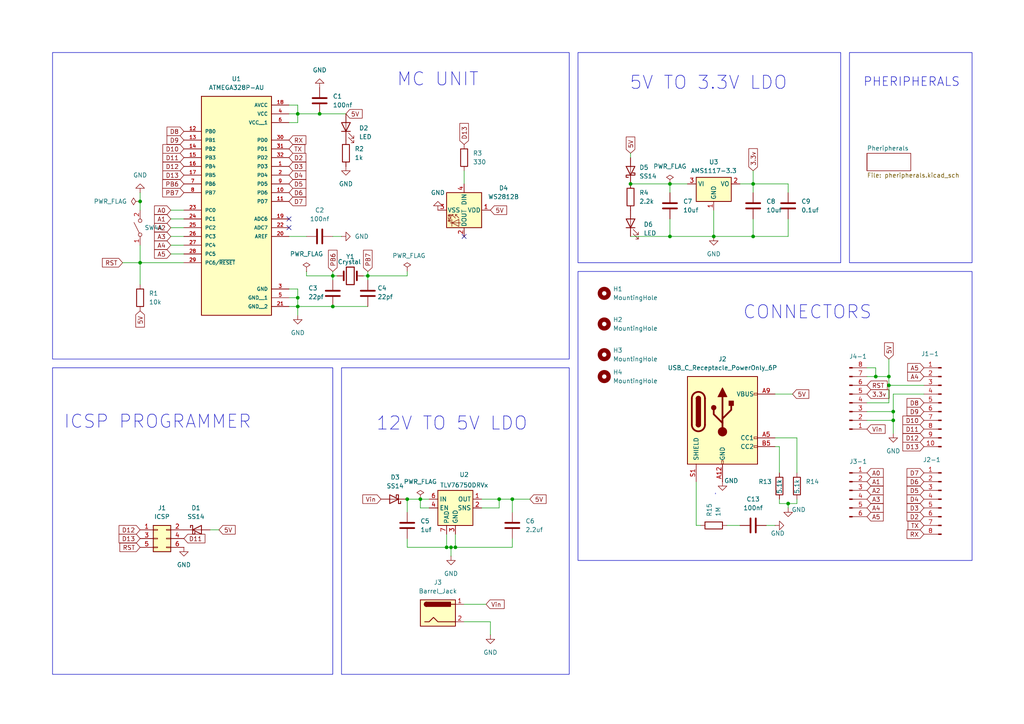
<source format=kicad_sch>
(kicad_sch (version 20250114) (generator "eeschema") (generator_version "9.0")
  (paper "A4")
  (title_block (title "ARDUINO-SMD") (date "2025-06-21") (rev "V0") (company "NIL"))
  (lib_symbols
    (symbol "ATMEGA328P-AU:ATMEGA328P-AU" (pin_names (offset 1.016))
      (property "Reference" "U" (at -10.1755 29.2546 0))
      (property "Value" "ATMEGA328P-AU" (at -10.1669 -39.3914 0))
      (symbol "ATMEGA328P-AU_0_0"
        (pin bidirectional line (at -15.24 17.78 0) (length 5.08) (name "PB0") (number "12"))
        (pin bidirectional line (at -15.24 15.24 0) (length 5.08) (name "PB1") (number "13"))
        (pin bidirectional line (at -15.24 12.7 0) (length 5.08) (name "PB2") (number "14"))
        (pin bidirectional line (at -15.24 10.16 0) (length 5.08) (name "PB3") (number "15"))
        (pin bidirectional line (at -15.24 7.62 0) (length 5.08) (name "PB4") (number "16"))
        (pin bidirectional line (at -15.24 5.08 0) (length 5.08) (name "PB5") (number "17"))
        (pin bidirectional line (at -15.24 2.54 0) (length 5.08) (name "PB6") (number "7"))
        (pin bidirectional line (at -15.24 0 0) (length 5.08) (name "PB7") (number "8"))
        (pin bidirectional line (at -15.24 -5.08 0) (length 5.08) (name "PC0") (number "23"))
        (pin bidirectional line (at -15.24 -7.62 0) (length 5.08) (name "PC1") (number "24"))
        (pin bidirectional line (at -15.24 -10.16 0) (length 5.08) (name "PC2") (number "25"))
        (pin bidirectional line (at -15.24 -12.7 0) (length 5.08) (name "PC3") (number "26"))
        (pin bidirectional line (at -15.24 -15.24 0) (length 5.08) (name "PC4") (number "27"))
        (pin bidirectional line (at -15.24 -17.78 0) (length 5.08) (name "PC5") (number "28"))
        (pin bidirectional line (at -15.24 -20.32 0) (length 5.08) (name "PC6/~{RESET}") (number "29"))
        (pin power_in line (at 15.24 25.4 180) (length 5.08) (name "AVCC") (number "18"))
        (pin power_in line (at 15.24 22.86 180) (length 5.08) (name "VCC") (number "4"))
        (pin power_in line (at 15.24 20.32 180) (length 5.08) (name "VCC__1") (number "6"))
        (pin bidirectional line (at 15.24 15.24 180) (length 5.08) (name "PD0") (number "30"))
        (pin bidirectional line (at 15.24 12.7 180) (length 5.08) (name "PD1") (number "31"))
        (pin bidirectional line (at 15.24 10.16 180) (length 5.08) (name "PD2") (number "32"))
        (pin bidirectional line (at 15.24 7.62 180) (length 5.08) (name "PD3") (number "1"))
        (pin bidirectional line (at 15.24 5.08 180) (length 5.08) (name "PD4") (number "2"))
        (pin bidirectional line (at 15.24 2.54 180) (length 5.08) (name "PD5") (number "9"))
        (pin bidirectional line (at 15.24 0 180) (length 5.08) (name "PD6") (number "10"))
        (pin bidirectional line (at 15.24 -2.54 180) (length 5.08) (name "PD7") (number "11"))
        (pin bidirectional line (at 15.24 -7.62 180) (length 5.08) (name "ADC6") (number "19"))
        (pin bidirectional line (at 15.24 -10.16 180) (length 5.08) (name "ADC7") (number "22"))
        (pin input line (at 15.24 -12.7 180) (length 5.08) (name "AREF") (number "20"))
        (pin power_in line (at 15.24 -27.94 180) (length 5.08) (name "GND") (number "3"))
        (pin power_in line (at 15.24 -30.48 180) (length 5.08) (name "GND__1") (number "5"))
        (pin power_in line (at 15.24 -33.02 180) (length 5.08) (name "GND__2") (number "21"))
      )
    )
    (symbol "Connector:Barrel_Jack" (pin_names (offset 1.016))
      (property "Reference" "J" (at 0 5.334 0))
      (property "Value" "Barrel_Jack" (at 0 -5.08 0))
      (symbol "Barrel_Jack_1_1"
        (pin passive line (at 7.62 2.54 180) (length 2.54) (name "~") (number "1"))
        (pin passive line (at 7.62 -2.54 180) (length 2.54) (name "~") (number "2"))
      )
    )
    (symbol "Connector:Conn_01x06_Pin" (pin_names (offset 1.016) (hide yes))
      (property "Reference" "J" (at 0 7.62 0))
      (property "Value" "Conn_01x06_Pin" (at 0 -10.16 0))
      (symbol "Conn_01x06_Pin_1_1"
        (pin passive line (at 5.08 5.08 180) (length 3.81) (name "Pin_1") (number "1"))
        (pin passive line (at 5.08 2.54 180) (length 3.81) (name "Pin_2") (number "2"))
        (pin passive line (at 5.08 0 180) (length 3.81) (name "Pin_3") (number "3"))
        (pin passive line (at 5.08 -2.54 180) (length 3.81) (name "Pin_4") (number "4"))
        (pin passive line (at 5.08 -5.08 180) (length 3.81) (name "Pin_5") (number "5"))
        (pin passive line (at 5.08 -7.62 180) (length 3.81) (name "Pin_6") (number "6"))
      )
    )
    (symbol "Connector:Conn_01x08_Pin" (pin_names (offset 1.016) (hide yes))
      (property "Reference" "J" (at 0 10.16 0))
      (property "Value" "Conn_01x08_Pin" (at 0 -12.7 0))
      (symbol "Conn_01x08_Pin_1_1"
        (pin passive line (at 5.08 7.62 180) (length 3.81) (name "Pin_1") (number "1"))
        (pin passive line (at 5.08 5.08 180) (length 3.81) (name "Pin_2") (number "2"))
        (pin passive line (at 5.08 2.54 180) (length 3.81) (name "Pin_3") (number "3"))
        (pin passive line (at 5.08 0 180) (length 3.81) (name "Pin_4") (number "4"))
        (pin passive line (at 5.08 -2.54 180) (length 3.81) (name "Pin_5") (number "5"))
        (pin passive line (at 5.08 -5.08 180) (length 3.81) (name "Pin_6") (number "6"))
        (pin passive line (at 5.08 -7.62 180) (length 3.81) (name "Pin_7") (number "7"))
        (pin passive line (at 5.08 -10.16 180) (length 3.81) (name "Pin_8") (number "8"))
      )
    )
    (symbol "Connector:Conn_01x10_Pin" (pin_names (offset 1.016) (hide yes))
      (property "Reference" "J" (at 0 12.7 0))
      (property "Value" "Conn_01x10_Pin" (at 0 -15.24 0))
      (symbol "Conn_01x10_Pin_1_1"
        (pin passive line (at 5.08 10.16 180) (length 3.81) (name "Pin_1") (number "1"))
        (pin passive line (at 5.08 7.62 180) (length 3.81) (name "Pin_2") (number "2"))
        (pin passive line (at 5.08 5.08 180) (length 3.81) (name "Pin_3") (number "3"))
        (pin passive line (at 5.08 2.54 180) (length 3.81) (name "Pin_4") (number "4"))
        (pin passive line (at 5.08 0 180) (length 3.81) (name "Pin_5") (number "5"))
        (pin passive line (at 5.08 -2.54 180) (length 3.81) (name "Pin_6") (number "6"))
        (pin passive line (at 5.08 -5.08 180) (length 3.81) (name "Pin_7") (number "7"))
        (pin passive line (at 5.08 -7.62 180) (length 3.81) (name "Pin_8") (number "8"))
        (pin passive line (at 5.08 -10.16 180) (length 3.81) (name "Pin_9") (number "9"))
        (pin passive line (at 5.08 -12.7 180) (length 3.81) (name "Pin_10") (number "10"))
      )
    )
    (symbol "Connector:USB_C_Receptacle_PowerOnly_6P" (pin_names (offset 1.016))
      (property "Reference" "J" (at 0 16.51 0))
      (property "Value" "USB_C_Receptacle_PowerOnly_6P" (at 0 13.97 0))
      (symbol "USB_C_Receptacle_PowerOnly_6P_1_1"
        (pin passive line (at -7.62 -17.78 90) (length 5.08) (name "SHIELD") (number "S1"))
        (pin passive line (at 0 -17.78 90) (length 5.08) (name "GND") (number "A12"))
        (pin passive line (at 0 -17.78 90) (length 5.08) (hide yes) (name "GND") (number "B12"))
        (pin passive line (at 15.24 7.62 180) (length 5.08) (name "VBUS") (number "A9"))
        (pin passive line (at 15.24 7.62 180) (length 5.08) (hide yes) (name "VBUS") (number "B9"))
        (pin bidirectional line (at 15.24 -5.08 180) (length 5.08) (name "CC1") (number "A5"))
        (pin bidirectional line (at 15.24 -7.62 180) (length 5.08) (name "CC2") (number "B5"))
      )
    )
    (symbol "Connector_Generic:Conn_02x03_Odd_Even" (pin_names (offset 1.016) (hide yes))
      (property "Reference" "J" (at 1.27 5.08 0))
      (property "Value" "Conn_02x03_Odd_Even" (at 1.27 -5.08 0))
      (symbol "Conn_02x03_Odd_Even_1_1"
        (pin passive line (at -5.08 2.54 0) (length 3.81) (name "Pin_1") (number "1"))
        (pin passive line (at -5.08 0 0) (length 3.81) (name "Pin_3") (number "3"))
        (pin passive line (at -5.08 -2.54 0) (length 3.81) (name "Pin_5") (number "5"))
        (pin passive line (at 7.62 2.54 180) (length 3.81) (name "Pin_2") (number "2"))
        (pin passive line (at 7.62 0 180) (length 3.81) (name "Pin_4") (number "4"))
        (pin passive line (at 7.62 -2.54 180) (length 3.81) (name "Pin_6") (number "6"))
      )
    )
    (symbol "Device:C" (pin_numbers (hide yes)) (pin_names (offset 0.254))
      (property "Reference" "C" (at 0.635 2.54 0))
      (property "Value" "C" (at 0.635 -2.54 0))
      (symbol "C_1_1"
        (pin passive line (at 0 3.81 270) (length 2.794) (name "~") (number "1"))
        (pin passive line (at 0 -3.81 90) (length 2.794) (name "~") (number "2"))
      )
    )
    (symbol "Device:Crystal" (pin_numbers (hide yes)) (pin_names (offset 1.016) (hide yes))
      (property "Reference" "Y" (at 0 3.81 0))
      (property "Value" "Crystal" (at 0 -3.81 0))
      (symbol "Crystal_1_1"
        (pin passive line (at -3.81 0 0) (length 1.27) (name "1") (number "1"))
        (pin passive line (at 3.81 0 180) (length 1.27) (name "2") (number "2"))
      )
    )
    (symbol "Device:LED" (pin_numbers (hide yes)) (pin_names (offset 1.016) (hide yes))
      (property "Reference" "D" (at 0 2.54 0))
      (property "Value" "LED" (at 0 -2.54 0))
      (symbol "LED_1_1"
        (pin passive line (at -3.81 0 0) (length 2.54) (name "K") (number "1"))
        (pin passive line (at 3.81 0 180) (length 2.54) (name "A") (number "2"))
      )
    )
    (symbol "Device:R" (pin_numbers (hide yes)) (pin_names (offset 0))
      (property "Reference" "R" (at 2.032 0 90))
      (property "Value" "R" (at 0 0 90))
      (symbol "R_1_1"
        (pin passive line (at 0 3.81 270) (length 1.27) (name "~") (number "1"))
        (pin passive line (at 0 -3.81 90) (length 1.27) (name "~") (number "2"))
      )
    )
    (symbol "Diode:SS14" (pin_numbers (hide yes)) (pin_names (offset 1.016) (hide yes))
      (property "Reference" "D" (at 0 2.54 0))
      (property "Value" "SS14" (at 0 -2.54 0))
      (symbol "SS14_1_1"
        (pin passive line (at -3.81 0 0) (length 2.54) (name "K") (number "1"))
        (pin passive line (at 3.81 0 180) (length 2.54) (name "A") (number "2"))
      )
    )
    (symbol "LED:WS2812B" (pin_names (offset 0.254))
      (property "Reference" "D" (at 5.08 5.715 0))
      (property "Value" "WS2812B" (at 1.27 -5.715 0))
      (symbol "WS2812B_0_0"
        (text "RGB" (at 2.286 -4.191 0) (effects (font (size 0.762 0.762))))
      )
      (symbol "WS2812B_1_1"
        (pin input line (at -7.62 0 0) (length 2.54) (name "DIN") (number "4"))
        (pin power_in line (at 0 7.62 270) (length 2.54) (name "VDD") (number "1"))
        (pin power_in line (at 0 -7.62 90) (length 2.54) (name "VSS") (number "3"))
        (pin output line (at 7.62 0 180) (length 2.54) (name "DOUT") (number "2"))
      )
    )
    (symbol "Mechanical:MountingHole" (pin_names (offset 1.016)) (in_bom no)
      (property "Reference" "H" (at 0 5.08 0))
      (property "Value" "MountingHole" (at 0 3.175 0))
    )
    (symbol "Regulator_Linear:AMS1117-3.3"
      (property "Reference" "U" (at -3.81 3.175 0))
      (property "Value" "AMS1117-3.3" (at 0 3.175 0))
      (symbol "AMS1117-3.3_1_1"
        (pin power_in line (at -7.62 0 0) (length 2.54) (name "VI") (number "3"))
        (pin power_in line (at 0 -7.62 90) (length 2.54) (name "GND") (number "1"))
        (pin power_out line (at 7.62 0 180) (length 2.54) (name "VO") (number "2"))
      )
    )
    (symbol "Regulator_Linear:TLV76750DRVx"
      (property "Reference" "U" (at 0 8.89 0))
      (property "Value" "TLV76750DRVx" (at 0 6.35 0))
      (symbol "TLV76750DRVx_1_1"
        (pin power_in line (at -7.62 2.54 0) (length 2.54) (name "IN") (number "6"))
        (pin input line (at -7.62 0 0) (length 2.54) (name "EN") (number "4"))
        (pin passive line (at -2.54 -7.62 90) (length 2.54) (name "PAD") (number "7"))
        (pin power_in line (at 0 -7.62 90) (length 2.54) (name "GND") (number "3"))
        (pin passive line (at 0 -7.62 90) (length 2.54) (hide yes) (name "GND") (number "5"))
        (pin power_out line (at 7.62 2.54 180) (length 2.54) (name "OUT") (number "1"))
        (pin input line (at 7.62 0 180) (length 2.54) (name "SNS") (number "2"))
      )
    )
    (symbol "Switch:SW_DPST_x2" (pin_names (offset 0) (hide yes))
      (property "Reference" "SW" (at 0 3.175 0))
      (property "Value" "SW_DPST_x2" (at 0 -2.54 0))
      (symbol "SW_DPST_x2_1_1"
        (pin passive line (at -5.08 0 0) (length 2.54) (name "A") (number "1"))
        (pin passive line (at 5.08 0 180) (length 2.54) (name "B") (number "2"))
      )
      (symbol "SW_DPST_x2_2_1"
        (pin passive line (at -5.08 0 0) (length 2.54) (name "A") (number "3"))
        (pin passive line (at 5.08 0 180) (length 2.54) (name "B") (number "4"))
      )
    )
    (symbol "power:GND" (power) (pin_numbers (hide yes)) (pin_names (offset 0) (hide yes))
      (property "Value" "GND" (at 0 -3.81 0))
      (symbol "GND_1_1"
        (pin power_in line (at 0 0 270) (length 0) (name "~") (number "1"))
      )
    )
    (symbol "power:PWR_FLAG" (power) (pin_numbers (hide yes)) (pin_names (offset 0) (hide yes))
      (property "Value" "PWR_FLAG" (at 0 3.81 0))
      (symbol "PWR_FLAG_0_0"
        (pin power_out line (at 0 0 90) (length 0) (name "~") (number "1"))
      )
    )
  )
  (rectangle (start 15.24 106.68) (end 96.52 195.58))
  (rectangle (start 167.64 78.74) (end 281.94 162.56))
  (rectangle (start 167.64 15.24) (end 243.84 76.2))
  (rectangle (start 15.24 15.24) (end 165.1 104.14))
  (rectangle (start 99.06 106.68) (end 165.1 195.58))
  (rectangle (start 246.38 15.24) (end 281.94 76.2))
  (text "ICSP PROGRAMMER\n" (at 45.72 122.428 0) (effects (font (size 3.81 3.81))))
  (text "5V TO 3.3V LDO\n" (at 205.486 24.13 0) (effects (font (size 3.81 3.81))))
  (text "12V TO 5V LDO\n" (at 131.064 122.936 0) (effects (font (size 3.81 3.81))))
  (text "MC UNIT" (at 127 23.114 0) (effects (font (size 3.81 3.81))))
  (text "CONNECTORS\n" (at 234.188 90.678 0) (effects (font (size 3.81 3.81))))
  (text "PHERIPHERALS\n" (at 264.414 23.876 0) (effects (font (size 2.54 2.54))))
  (junction (at 132.08 158.75))
  (junction (at 148.59 144.78))
  (junction (at 182.88 53.34))
  (junction (at 40.64 76.2))
  (junction (at 86.36 33.02))
  (junction (at 106.68 80.01))
  (junction (at 207.01 68.58))
  (junction (at 259.08 121.92))
  (junction (at 257.81 111.76))
  (junction (at 130.81 158.75))
  (junction (at 218.44 53.34))
  (junction (at 96.52 88.9))
  (junction (at 40.64 58.42))
  (junction (at 144.78 144.78))
  (junction (at 92.71 33.02))
  (junction (at 86.36 86.36))
  (junction (at 86.36 88.9))
  (junction (at 194.31 53.34))
  (junction (at 257.81 109.22))
  (junction (at 129.54 158.75))
  (junction (at 218.44 68.58))
  (junction (at 228.6 146.05))
  (junction (at 254 109.22))
  (junction (at 121.92 144.78))
  (junction (at 96.52 80.01))
  (junction (at 118.11 144.78))
  (junction (at 259.08 119.38))
  (junction (at 194.31 68.58))
  (no_connect (at 83.82 66.04))
  (no_connect (at 83.82 63.5))
  (no_connect (at 134.62 68.58))
  (wire (pts (xy 118.11 78.74) (xy 118.11 80.01)))
  (wire (pts (xy 207.01 60.96) (xy 207.01 68.58)))
  (polyline (pts (xy 207.518 143.256) (xy 207.518 143.002)))
  (wire (pts (xy 194.31 68.58) (xy 182.88 68.58)))
  (wire (pts (xy 257.81 111.76) (xy 267.97 111.76)))
  (wire (pts (xy 251.46 119.38) (xy 259.08 119.38)))
  (wire (pts (xy 148.59 156.21) (xy 148.59 158.75)))
  (wire (pts (xy 201.93 139.7) (xy 201.93 152.4)))
  (wire (pts (xy 231.14 127) (xy 231.14 137.16)))
  (wire (pts (xy 83.82 68.58) (xy 88.9 68.58)))
  (wire (pts (xy 86.36 88.9) (xy 86.36 86.36)))
  (wire (pts (xy 60.96 153.67) (xy 63.5 153.67)))
  (wire (pts (xy 106.68 80.01) (xy 118.11 80.01)))
  (wire (pts (xy 134.62 175.26) (xy 140.97 175.26)))
  (wire (pts (xy 118.11 158.75) (xy 129.54 158.75)))
  (wire (pts (xy 86.36 88.9) (xy 96.52 88.9)))
  (wire (pts (xy 199.39 53.34) (xy 194.31 53.34)))
  (wire (pts (xy 228.6 68.58) (xy 218.44 68.58)))
  (wire (pts (xy 132.08 158.75) (xy 148.59 158.75)))
  (wire (pts (xy 106.68 78.74) (xy 106.68 80.01)))
  (wire (pts (xy 226.06 144.78) (xy 226.06 146.05)))
  (wire (pts (xy 40.64 71.12) (xy 40.64 76.2)))
  (wire (pts (xy 259.08 121.92) (xy 259.08 125.73)))
  (wire (pts (xy 86.36 30.48) (xy 86.36 33.02)))
  (wire (pts (xy 194.31 63.5) (xy 194.31 68.58)))
  (wire (pts (xy 129.54 154.94) (xy 129.54 158.75)))
  (wire (pts (xy 86.36 33.02) (xy 83.82 33.02)))
  (wire (pts (xy 118.11 144.78) (xy 121.92 144.78)))
  (wire (pts (xy 226.06 129.54) (xy 226.06 137.16)))
  (wire (pts (xy 96.52 80.01) (xy 88.9 80.01)))
  (wire (pts (xy 118.11 144.78) (xy 118.11 148.59)))
  (wire (pts (xy 86.36 88.9) (xy 86.36 91.44)))
  (wire (pts (xy 259.08 114.3) (xy 267.97 114.3)))
  (wire (pts (xy 259.08 119.38) (xy 259.08 121.92)))
  (wire (pts (xy 194.31 53.34) (xy 194.31 55.88)))
  (wire (pts (xy 218.44 49.53) (xy 218.44 53.34)))
  (wire (pts (xy 148.59 144.78) (xy 148.59 148.59)))
  (wire (pts (xy 228.6 146.05) (xy 228.6 147.32)))
  (wire (pts (xy 130.81 158.75) (xy 130.81 161.29)))
  (wire (pts (xy 218.44 68.58) (xy 207.01 68.58)))
  (wire (pts (xy 134.62 180.34) (xy 142.24 180.34)))
  (wire (pts (xy 182.88 53.34) (xy 194.31 53.34)))
  (wire (pts (xy 40.64 58.42) (xy 40.64 60.96)))
  (wire (pts (xy 49.53 60.96) (xy 53.34 60.96)))
  (wire (pts (xy 49.53 63.5) (xy 53.34 63.5)))
  (wire (pts (xy 224.79 114.3) (xy 229.87 114.3)))
  (wire (pts (xy 124.46 147.32) (xy 121.92 147.32)))
  (wire (pts (xy 214.63 53.34) (xy 218.44 53.34)))
  (wire (pts (xy 251.46 106.68) (xy 254 106.68)))
  (wire (pts (xy 121.92 144.78) (xy 124.46 144.78)))
  (wire (pts (xy 121.92 144.78) (xy 121.92 147.32)))
  (wire (pts (xy 86.36 35.56) (xy 86.36 33.02)))
  (wire (pts (xy 83.82 88.9) (xy 86.36 88.9)))
  (wire (pts (xy 224.79 127) (xy 231.14 127)))
  (wire (pts (xy 259.08 119.38) (xy 259.08 114.3)))
  (wire (pts (xy 130.81 158.75) (xy 132.08 158.75)))
  (wire (pts (xy 118.11 156.21) (xy 118.11 158.75)))
  (wire (pts (xy 228.6 146.05) (xy 231.14 146.05)))
  (wire (pts (xy 86.36 33.02) (xy 92.71 33.02)))
  (wire (pts (xy 92.71 33.02) (xy 100.33 33.02)))
  (wire (pts (xy 251.46 121.92) (xy 259.08 121.92)))
  (wire (pts (xy 49.53 71.12) (xy 53.34 71.12)))
  (wire (pts (xy 222.25 152.4) (xy 224.79 152.4)))
  (wire (pts (xy 228.6 55.88) (xy 228.6 53.34)))
  (wire (pts (xy 83.82 30.48) (xy 86.36 30.48)))
  (wire (pts (xy 257.81 109.22) (xy 257.81 111.76)))
  (wire (pts (xy 144.78 144.78) (xy 148.59 144.78)))
  (wire (pts (xy 96.52 78.74) (xy 96.52 80.01)))
  (wire (pts (xy 218.44 53.34) (xy 218.44 55.88)))
  (wire (pts (xy 96.52 88.9) (xy 106.68 88.9)))
  (wire (pts (xy 129.54 158.75) (xy 130.81 158.75)))
  (wire (pts (xy 134.62 49.53) (xy 134.62 53.34)))
  (wire (pts (xy 228.6 63.5) (xy 228.6 68.58)))
  (wire (pts (xy 144.78 144.78) (xy 139.7 144.78)))
  (wire (pts (xy 210.82 152.4) (xy 214.63 152.4)))
  (wire (pts (xy 251.46 116.84) (xy 257.81 116.84)))
  (wire (pts (xy 224.79 129.54) (xy 226.06 129.54)))
  (wire (pts (xy 106.68 80.01) (xy 106.68 81.28)))
  (wire (pts (xy 35.56 76.2) (xy 40.64 76.2)))
  (wire (pts (xy 83.82 83.82) (xy 86.36 83.82)))
  (wire (pts (xy 40.64 76.2) (xy 40.64 82.55)))
  (wire (pts (xy 144.78 147.32) (xy 144.78 144.78)))
  (wire (pts (xy 105.41 80.01) (xy 106.68 80.01)))
  (wire (pts (xy 231.14 146.05) (xy 231.14 144.78)))
  (wire (pts (xy 49.53 68.58) (xy 53.34 68.58)))
  (wire (pts (xy 254 109.22) (xy 251.46 109.22)))
  (wire (pts (xy 218.44 53.34) (xy 228.6 53.34)))
  (wire (pts (xy 254 109.22) (xy 257.81 109.22)))
  (wire (pts (xy 207.01 68.58) (xy 194.31 68.58)))
  (wire (pts (xy 86.36 86.36) (xy 83.82 86.36)))
  (wire (pts (xy 226.06 146.05) (xy 228.6 146.05)))
  (wire (pts (xy 257.81 116.84) (xy 257.81 111.76)))
  (wire (pts (xy 40.64 76.2) (xy 53.34 76.2)))
  (wire (pts (xy 182.88 44.45) (xy 182.88 45.72)))
  (wire (pts (xy 132.08 154.94) (xy 132.08 158.75)))
  (wire (pts (xy 148.59 144.78) (xy 153.67 144.78)))
  (wire (pts (xy 96.52 80.01) (xy 96.52 81.28)))
  (wire (pts (xy 96.52 68.58) (xy 99.06 68.58)))
  (wire (pts (xy 88.9 80.01) (xy 88.9 78.74)))
  (wire (pts (xy 49.53 73.66) (xy 53.34 73.66)))
  (wire (pts (xy 49.53 66.04) (xy 53.34 66.04)))
  (wire (pts (xy 218.44 63.5) (xy 218.44 68.58)))
  (wire (pts (xy 254 106.68) (xy 254 109.22)))
  (wire (pts (xy 139.7 147.32) (xy 144.78 147.32)))
  (wire (pts (xy 142.24 180.34) (xy 142.24 184.15)))
  (wire (pts (xy 86.36 83.82) (xy 86.36 86.36)))
  (wire (pts (xy 40.64 55.88) (xy 40.64 58.42)))
  (wire (pts (xy 201.93 152.4) (xy 203.2 152.4)))
  (wire (pts (xy 96.52 80.01) (xy 97.79 80.01)))
  (wire (pts (xy 257.81 104.14) (xy 257.81 109.22)))
  (wire (pts (xy 83.82 35.56) (xy 86.36 35.56)))
  (global_label "D13" (shape input) (at 267.97 129.54 180) (property "Intersheetrefs" "${INTERSHEET_REFS}" (effects (hide yes))))
  (global_label "D7" (shape input) (at 83.82 58.42 0) (property "Intersheetrefs" "${INTERSHEET_REFS}" (effects (hide yes))))
  (global_label "A1" (shape input) (at 49.53 63.5 180) (property "Intersheetrefs" "${INTERSHEET_REFS}" (effects (hide yes))))
  (global_label "3.3v" (shape input) (at 251.46 114.3 0) (property "Intersheetrefs" "${INTERSHEET_REFS}" (effects (hide yes))))
  (global_label "5V" (shape input) (at 257.81 104.14 90) (property "Intersheetrefs" "${INTERSHEET_REFS}" (effects (hide yes))))
  (global_label "TX" (shape input) (at 267.97 152.4 180) (property "Intersheetrefs" "${INTERSHEET_REFS}" (effects (hide yes))))
  (global_label "PB7" (shape input) (at 106.68 78.74 90) (property "Intersheetrefs" "${INTERSHEET_REFS}" (effects (hide yes))))
  (global_label "D4" (shape input) (at 83.82 50.8 0) (property "Intersheetrefs" "${INTERSHEET_REFS}" (effects (hide yes))))
  (global_label "3.3v" (shape input) (at 218.44 49.53 90) (property "Intersheetrefs" "${INTERSHEET_REFS}" (effects (hide yes))))
  (global_label "D13" (shape input) (at 53.34 50.8 180) (property "Intersheetrefs" "${INTERSHEET_REFS}" (effects (hide yes))))
  (global_label "D10" (shape input) (at 53.34 43.18 180) (property "Intersheetrefs" "${INTERSHEET_REFS}" (effects (hide yes))))
  (global_label "D6" (shape input) (at 267.97 139.7 180) (property "Intersheetrefs" "${INTERSHEET_REFS}" (effects (hide yes))))
  (global_label "D9" (shape input) (at 53.34 40.64 180) (property "Intersheetrefs" "${INTERSHEET_REFS}" (effects (hide yes))))
  (global_label "PB7" (shape input) (at 53.34 55.88 180) (property "Intersheetrefs" "${INTERSHEET_REFS}" (effects (hide yes))))
  (global_label "D5" (shape input) (at 83.82 53.34 0) (property "Intersheetrefs" "${INTERSHEET_REFS}" (effects (hide yes))))
  (global_label "RST" (shape input) (at 35.56 76.2 180) (property "Intersheetrefs" "${INTERSHEET_REFS}" (effects (hide yes))))
  (global_label "D10" (shape input) (at 267.97 121.92 180) (property "Intersheetrefs" "${INTERSHEET_REFS}" (effects (hide yes))))
  (global_label "A3" (shape input) (at 49.53 68.58 180) (property "Intersheetrefs" "${INTERSHEET_REFS}" (effects (hide yes))))
  (global_label "5V" (shape input) (at 142.24 60.96 0) (property "Intersheetrefs" "${INTERSHEET_REFS}" (effects (hide yes))))
  (global_label "D8" (shape input) (at 53.34 38.1 180) (property "Intersheetrefs" "${INTERSHEET_REFS}" (effects (hide yes))))
  (global_label "A2" (shape input) (at 49.53 66.04 180) (property "Intersheetrefs" "${INTERSHEET_REFS}" (effects (hide yes))))
  (global_label "5V" (shape input) (at 40.64 90.17 270) (property "Intersheetrefs" "${INTERSHEET_REFS}" (effects (hide yes))))
  (global_label "Vin" (shape input) (at 140.97 175.26 0) (property "Intersheetrefs" "${INTERSHEET_REFS}" (effects (hide yes))))
  (global_label "D13" (shape input) (at 40.64 156.21 180) (property "Intersheetrefs" "${INTERSHEET_REFS}" (effects (hide yes))))
  (global_label "A4" (shape input) (at 267.97 109.22 180) (property "Intersheetrefs" "${INTERSHEET_REFS}" (effects (hide yes))))
  (global_label "TX" (shape input) (at 83.82 43.18 0) (property "Intersheetrefs" "${INTERSHEET_REFS}" (effects (hide yes))))
  (global_label "A3" (shape input) (at 251.46 144.78 0) (property "Intersheetrefs" "${INTERSHEET_REFS}" (effects (hide yes))))
  (global_label "RST" (shape input) (at 40.64 158.75 180) (property "Intersheetrefs" "${INTERSHEET_REFS}" (effects (hide yes))))
  (global_label "PB6" (shape input) (at 53.34 53.34 180) (property "Intersheetrefs" "${INTERSHEET_REFS}" (effects (hide yes))))
  (global_label "5V" (shape input) (at 63.5 153.67 0) (property "Intersheetrefs" "${INTERSHEET_REFS}" (effects (hide yes))))
  (global_label "PB6" (shape input) (at 96.52 78.74 90) (property "Intersheetrefs" "${INTERSHEET_REFS}" (effects (hide yes))))
  (global_label "Vin" (shape input) (at 251.46 124.46 0) (property "Intersheetrefs" "${INTERSHEET_REFS}" (effects (hide yes))))
  (global_label "D3" (shape input) (at 267.97 147.32 180) (property "Intersheetrefs" "${INTERSHEET_REFS}" (effects (hide yes))))
  (global_label "D8" (shape input) (at 267.97 116.84 180) (property "Intersheetrefs" "${INTERSHEET_REFS}" (effects (hide yes))))
  (global_label "A5" (shape input) (at 49.53 73.66 180) (property "Intersheetrefs" "${INTERSHEET_REFS}" (effects (hide yes))))
  (global_label "D11" (shape input) (at 53.34 45.72 180) (property "Intersheetrefs" "${INTERSHEET_REFS}" (effects (hide yes))))
  (global_label "D11" (shape input) (at 53.34 156.21 0) (property "Intersheetrefs" "${INTERSHEET_REFS}" (effects (hide yes))))
  (global_label "A5" (shape input) (at 267.97 106.68 180) (property "Intersheetrefs" "${INTERSHEET_REFS}" (effects (hide yes))))
  (global_label "5V" (shape input) (at 100.33 33.02 0) (property "Intersheetrefs" "${INTERSHEET_REFS}" (effects (hide yes))))
  (global_label "RX" (shape input) (at 267.97 154.94 180) (property "Intersheetrefs" "${INTERSHEET_REFS}" (effects (hide yes))))
  (global_label "A4" (shape input) (at 251.46 147.32 0) (property "Intersheetrefs" "${INTERSHEET_REFS}" (effects (hide yes))))
  (global_label "A5" (shape input) (at 251.46 149.86 0) (property "Intersheetrefs" "${INTERSHEET_REFS}" (effects (hide yes))))
  (global_label "D6" (shape input) (at 83.82 55.88 0) (property "Intersheetrefs" "${INTERSHEET_REFS}" (effects (hide yes))))
  (global_label "A2" (shape input) (at 251.46 142.24 0) (property "Intersheetrefs" "${INTERSHEET_REFS}" (effects (hide yes))))
  (global_label "5V" (shape input) (at 153.67 144.78 0) (property "Intersheetrefs" "${INTERSHEET_REFS}" (effects (hide yes))))
  (global_label "RX" (shape input) (at 83.82 40.64 0) (property "Intersheetrefs" "${INTERSHEET_REFS}" (effects (hide yes))))
  (global_label "D9" (shape input) (at 267.97 119.38 180) (property "Intersheetrefs" "${INTERSHEET_REFS}" (effects (hide yes))))
  (global_label "D5" (shape input) (at 267.97 142.24 180) (property "Intersheetrefs" "${INTERSHEET_REFS}" (effects (hide yes))))
  (global_label "A0" (shape input) (at 251.46 137.16 0) (property "Intersheetrefs" "${INTERSHEET_REFS}" (effects (hide yes))))
  (global_label "D7" (shape input) (at 267.97 137.16 180) (property "Intersheetrefs" "${INTERSHEET_REFS}" (effects (hide yes))))
  (global_label "5V" (shape input) (at 229.87 114.3 0) (property "Intersheetrefs" "${INTERSHEET_REFS}" (effects (hide yes))))
  (global_label "D2" (shape input) (at 83.82 45.72 0) (property "Intersheetrefs" "${INTERSHEET_REFS}" (effects (hide yes))))
  (global_label "D2" (shape input) (at 267.97 149.86 180) (property "Intersheetrefs" "${INTERSHEET_REFS}" (effects (hide yes))))
  (global_label "D4" (shape input) (at 267.97 144.78 180) (property "Intersheetrefs" "${INTERSHEET_REFS}" (effects (hide yes))))
  (global_label "Vin" (shape input) (at 110.49 144.78 180) (property "Intersheetrefs" "${INTERSHEET_REFS}" (effects (hide yes))))
  (global_label "D12" (shape input) (at 267.97 127 180) (property "Intersheetrefs" "${INTERSHEET_REFS}" (effects (hide yes))))
  (global_label "5V" (shape input) (at 182.88 44.45 90) (property "Intersheetrefs" "${INTERSHEET_REFS}" (effects (hide yes))))
  (global_label "A0" (shape input) (at 49.53 60.96 180) (property "Intersheetrefs" "${INTERSHEET_REFS}" (effects (hide yes))))
  (global_label "D11" (shape input) (at 267.97 124.46 180) (property "Intersheetrefs" "${INTERSHEET_REFS}" (effects (hide yes))))
  (global_label "D12" (shape input) (at 40.64 153.67 180) (property "Intersheetrefs" "${INTERSHEET_REFS}" (effects (hide yes))))
  (global_label "D13" (shape input) (at 134.62 41.91 90) (property "Intersheetrefs" "${INTERSHEET_REFS}" (effects (hide yes))))
  (global_label "A1" (shape input) (at 251.46 139.7 0) (property "Intersheetrefs" "${INTERSHEET_REFS}" (effects (hide yes))))
  (global_label "RST" (shape input) (at 251.46 111.76 0) (property "Intersheetrefs" "${INTERSHEET_REFS}" (effects (hide yes))))
  (global_label "A4" (shape input) (at 49.53 71.12 180) (property "Intersheetrefs" "${INTERSHEET_REFS}" (effects (hide yes))))
  (global_label "D3" (shape input) (at 83.82 48.26 0) (property "Intersheetrefs" "${INTERSHEET_REFS}" (effects (hide yes))))
  (global_label "D12" (shape input) (at 53.34 48.26 180) (property "Intersheetrefs" "${INTERSHEET_REFS}" (effects (hide yes))))
  (symbol (lib_id "Connector:Conn_01x08_Pin") (at 246.38 116.84 0) (mirror x) (unit 1)
    (property "Reference" "J4-1" (at 251.46 103.378 0) (effects (justify right)))
    (property "Value" "Conn_01x08_Pin" (effects (hide yes)))
    (property "Footprint" "Connector_PinSocket_2.54mm:PinSocket_1x08_P2.54mm_Vertical" (effects (hide yes)))
    (property "Description" "Generic connector, single row, 01x08, script generated" (effects (hide yes)))
  )
  (symbol (lib_id "power:PWR_FLAG") (at 40.64 58.42 90) (unit 1)
    (property "Reference" "#FLG01" (effects (hide yes)))
    (property "Value" "PWR_FLAG" (at 36.83 58.4199 90) (effects (justify left)))
    (property "Description" "Special symbol for telling ERC where power comes from" (effects (hide yes)))
  )
  (symbol (lib_id "Device:R") (at 207.01 152.4 90) (unit 1)
    (property "Reference" "R15" (at 205.7399 149.86 0) (effects (justify left)))
    (property "Value" "1M" (at 208.2799 149.86 0) (effects (justify left)))
    (property "Footprint" "Resistor_SMD:R_0805_2012Metric" (effects (hide yes)))
    (property "Description" "Resistor" (effects (hide yes)))
  )
  (symbol (lib_id "Device:R") (at 226.06 140.97 0) (unit 1)
    (property "Reference" "R13" (at 219.964 139.7 0) (effects (justify left)))
    (property "Value" "5.1k" (at 226.06 143.256 90) (effects (justify left)))
    (property "Footprint" "Resistor_SMD:R_0805_2012Metric" (effects (hide yes)))
    (property "Description" "Resistor" (effects (hide yes)))
  )
  (symbol (lib_id "power:PWR_FLAG") (at 88.9 78.74 0) (unit 1)
    (property "Reference" "#FLG09" (effects (hide yes)))
    (property "Value" "PWR_FLAG" (at 88.9 73.66 0))
    (property "Description" "Special symbol for telling ERC where power comes from" (effects (hide yes)))
  )
  (symbol (lib_id "Regulator_Linear:TLV76750DRVx") (at 132.08 147.32 0) (unit 1)
    (property "Reference" "U2" (at 134.62 137.668 0))
    (property "Value" "TLV76750DRVx" (at 134.62 140.716 0))
    (property "Footprint" "Package_SON:WSON-6-1EP_2x2mm_P0.65mm_EP1x1.6mm_ThermalVias" (effects (hide yes)))
    (property "Datasheet" "www.ti.com/lit/gpn/TLV767" (effects (hide yes)))
    (property "Description" "1A, 16V Precision Linear Voltage Regulator, with enable pin, Fixed Output 5.0V, WSON-6" (effects (hide yes)))
  )
  (symbol (lib_id "Connector_Generic:Conn_02x03_Odd_Even") (at 45.72 156.21 0) (unit 1)
    (property "Reference" "J1" (at 46.99 147.32 0))
    (property "Value" "ICSP" (at 46.99 149.86 0))
    (property "Footprint" "Connector_PinHeader_2.54mm:PinHeader_2x03_P2.54mm_Vertical" (effects (hide yes)))
    (property "Description" "Generic connector, double row, 02x03, odd/even pin numbering scheme (row 1 odd numbers, row 2 even numbers), script generated (kicad-library-utils/schlib/autogen/connector/)" (effects (hide yes)))
  )
  (symbol (lib_id "Connector:Barrel_Jack") (at 127 177.8 0) (unit 1)
    (property "Reference" "J3" (at 127 168.91 0))
    (property "Value" "Barrel_Jack" (at 127 171.45 0))
    (property "Footprint" "Connector_BarrelJack:BarrelJack_CUI_PJ-102AH_Horizontal" (effects (hide yes)))
    (property "Description" "DC Barrel Jack" (effects (hide yes)))
  )
  (symbol (lib_id "Diode:SS14") (at 182.88 49.53 90) (unit 1)
    (property "Reference" "D5" (at 185.42 48.5774 90) (effects (justify right)))
    (property "Value" "SS14" (at 185.42 51.1174 90) (effects (justify right)))
    (property "Footprint" "Diode_SMD:D_SMA" (effects (hide yes)))
    (property "Datasheet" "https://www.vishay.com/docs/88746/ss12.pdf" (effects (hide yes)))
    (property "Description" "40V 1A Schottky Diode, SMA" (effects (hide yes)))
  )
  (symbol (lib_id "power:GND") (at 99.06 68.58 90) (unit 1)
    (property "Reference" "#PWR05" (effects (hide yes)))
    (property "Value" "GND" (at 102.87 68.5799 90) (effects (justify right)))
    (property "Description" "Power symbol creates a global label with name \"GND\" , ground" (effects (hide yes)))
  )
  (symbol (lib_id "power:GND") (at 127 60.96 180) (unit 1)
    (property "Reference" "#PWR07" (effects (hide yes)))
    (property "Value" "GND" (at 127 55.88 0))
    (property "Description" "Power symbol creates a global label with name \"GND\" , ground" (effects (hide yes)))
  )
  (symbol (lib_id "Mechanical:MountingHole") (at 175.26 85.09 0) (unit 1) (in_bom no)
    (property "Reference" "H1" (at 177.8 83.8199 0) (effects (justify left)))
    (property "Value" "MountingHole" (at 177.8 86.3599 0) (effects (justify left)))
    (property "Footprint" "MountingHole:MountingHole_2.2mm_M2_Pad_Via" (effects (hide yes)))
    (property "Description" "Mounting Hole without connection" (effects (hide yes)))
  )
  (symbol (lib_id "Regulator_Linear:AMS1117-3.3") (at 207.01 53.34 0) (unit 1)
    (property "Reference" "U3" (at 207.01 46.99 0))
    (property "Value" "AMS1117-3.3" (at 207.01 49.53 0))
    (property "Footprint" "Package_TO_SOT_SMD:SOT-223-3_TabPin2" (effects (hide yes)))
    (property "Datasheet" "http://www.advanced-monolithic.com/pdf/ds1117.pdf" (effects (hide yes)))
    (property "Description" "1A Low Dropout regulator, positive, 3.3V fixed output, SOT-223" (effects (hide yes)))
  )
  (symbol (lib_id "Connector:USB_C_Receptacle_PowerOnly_6P") (at 209.55 121.92 0) (unit 1)
    (property "Reference" "J2" (at 209.55 104.14 0))
    (property "Value" "USB_C_Receptacle_PowerOnly_6P" (at 209.55 106.68 0))
    (property "Footprint" "Connector_USB:USB_C_Receptacle_HRO_TYPE-C-31-M-12" (effects (hide yes)))
    (property "Datasheet" "https://www.usb.org/sites/default/files/documents/usb_type-c.zip" (effects (hide yes)))
    (property "Description" "USB Power-Only 6P Type-C Receptacle connector" (effects (hide yes)))
  )
  (symbol (lib_id "Mechanical:MountingHole") (at 175.26 93.98 0) (unit 1) (in_bom no)
    (property "Reference" "H2" (at 177.8 92.7099 0) (effects (justify left)))
    (property "Value" "MountingHole" (at 177.8 95.2499 0) (effects (justify left)))
    (property "Footprint" "MountingHole:MountingHole_2.2mm_M2_Pad_Via" (effects (hide yes)))
    (property "Description" "Mounting Hole without connection" (effects (hide yes)))
  )
  (symbol (lib_id "Device:C") (at 218.44 59.69 0) (unit 1)
    (property "Reference" "C8" (at 222.25 58.4199 0) (effects (justify left)))
    (property "Value" "10uf" (at 222.25 60.9599 0) (effects (justify left)))
    (property "Footprint" "Capacitor_SMD:C_0805_2012Metric" (effects (hide yes)))
    (property "Description" "Unpolarized capacitor" (effects (hide yes)))
  )
  (symbol (lib_id "Device:C") (at 118.11 152.4 0) (unit 1)
    (property "Reference" "C5" (at 121.92 151.1299 0) (effects (justify left)))
    (property "Value" "1uf" (at 121.92 153.6699 0) (effects (justify left)))
    (property "Footprint" "Capacitor_SMD:C_0805_2012Metric" (effects (hide yes)))
    (property "Description" "Unpolarized capacitor" (effects (hide yes)))
  )
  (symbol (lib_id "Device:LED") (at 182.88 64.77 90) (unit 1)
    (property "Reference" "D6" (at 186.69 65.0874 90) (effects (justify right)))
    (property "Value" "LED" (at 186.69 67.6274 90) (effects (justify right)))
    (property "Footprint" "LED_SMD:LED_0805_2012Metric" (effects (hide yes)))
    (property "Description" "Light emitting diode" (effects (hide yes)))
    (property "Sim.Pins" "1=K 2=A" (effects (hide yes)))
  )
  (symbol (lib_id "power:PWR_FLAG") (at 194.31 53.34 0) (unit 1)
    (property "Reference" "#FLG03" (effects (hide yes)))
    (property "Value" "PWR_FLAG" (at 194.31 48.26 0))
    (property "Description" "Special symbol for telling ERC where power comes from" (effects (hide yes)))
  )
  (symbol (lib_id "Device:R") (at 182.88 57.15 0) (unit 1)
    (property "Reference" "R4" (at 185.42 55.8799 0) (effects (justify left)))
    (property "Value" "2.2k" (at 185.42 58.4199 0) (effects (justify left)))
    (property "Footprint" "Resistor_SMD:R_0805_2012Metric" (effects (hide yes)))
    (property "Description" "Resistor" (effects (hide yes)))
  )
  (symbol (lib_id "Connector:Conn_01x10_Pin") (at 273.05 116.84 0) (mirror y) (unit 1)
    (property "Reference" "J1-1" (at 269.748 102.616 0))
    (property "Value" "Conn_01x10_Pin" (effects (hide yes)))
    (property "Footprint" "Connector_PinSocket_2.54mm:PinSocket_1x10_P2.54mm_Vertical" (effects (hide yes)))
    (property "Description" "Generic connector, single row, 01x10, script generated" (effects (hide yes)))
  )
  (symbol (lib_id "Device:R") (at 100.33 44.45 180) (unit 1)
    (property "Reference" "R2" (at 102.87 43.1799 0) (effects (justify right)))
    (property "Value" "1k" (at 102.87 45.7199 0) (effects (justify right)))
    (property "Footprint" "Resistor_SMD:R_0805_2012Metric" (effects (hide yes)))
    (property "Description" "Resistor" (effects (hide yes)))
  )
  (symbol (lib_id "Switch:SW_DPST_x2") (at 40.64 66.04 90) (unit 1)
    (property "Reference" "SW4" (at 41.91 66.0399 90) (effects (justify right)))
    (property "Value" "SW_DPST_x2" (effects (hide yes)))
    (property "Footprint" "Button_Switch_SMD:SW_SPST_PTS647_Sx50" (effects (hide yes)))
    (property "Description" "Single Pole Single Throw (SPST) switch, separate symbol" (effects (hide yes)))
  )
  (symbol (lib_id "power:GND") (at 207.01 68.58 0) (unit 1)
    (property "Reference" "#PWR010" (effects (hide yes)))
    (property "Value" "GND" (at 207.01 73.66 0))
    (property "Description" "Power symbol creates a global label with name \"GND\" , ground" (effects (hide yes)))
  )
  (symbol (lib_id "Diode:SS14") (at 114.3 144.78 180) (unit 1)
    (property "Reference" "D3" (at 114.6175 138.43 0))
    (property "Value" "SS14" (at 114.6175 140.97 0))
    (property "Footprint" "Diode_SMD:D_SMA" (effects (hide yes)))
    (property "Datasheet" "https://www.vishay.com/docs/88746/ss12.pdf" (effects (hide yes)))
    (property "Description" "40V 1A Schottky Diode, SMA" (effects (hide yes)))
  )
  (symbol (lib_id "Device:R") (at 40.64 86.36 0) (unit 1)
    (property "Reference" "R1" (at 43.18 85.0899 0) (effects (justify left)))
    (property "Value" "10k" (at 43.18 87.6299 0) (effects (justify left)))
    (property "Footprint" "Resistor_SMD:R_0805_2012Metric" (effects (hide yes)))
    (property "Description" "Resistor" (effects (hide yes)))
  )
  (symbol (lib_id "power:GND") (at 224.79 152.4 90) (unit 1)
    (property "Reference" "#PWR020" (effects (hide yes)))
    (property "Value" "GND" (at 223.52 154.686 90) (effects (justify right)))
    (property "Description" "Power symbol creates a global label with name \"GND\" , ground" (effects (hide yes)))
  )
  (symbol (lib_id "power:GND") (at 130.81 161.29 0) (unit 1)
    (property "Reference" "#PWR08" (effects (hide yes)))
    (property "Value" "GND" (at 130.81 166.37 0))
    (property "Description" "Power symbol creates a global label with name \"GND\" , ground" (effects (hide yes)))
  )
  (symbol (lib_id "Device:C") (at 92.71 29.21 0) (unit 1)
    (property "Reference" "C1" (at 96.52 27.9399 0) (effects (justify left)))
    (property "Value" "100nf" (at 96.52 30.4799 0) (effects (justify left)))
    (property "Footprint" "Capacitor_SMD:C_0805_2012Metric" (effects (hide yes)))
    (property "Description" "Unpolarized capacitor" (effects (hide yes)))
  )
  (symbol (lib_id "Device:C") (at 228.6 59.69 0) (unit 1)
    (property "Reference" "C9" (at 232.41 58.4199 0) (effects (justify left)))
    (property "Value" "0.1uf" (at 232.41 60.9599 0) (effects (justify left)))
    (property "Footprint" "Capacitor_SMD:C_0805_2012Metric" (effects (hide yes)))
    (property "Description" "Unpolarized capacitor" (effects (hide yes)))
  )
  (symbol (lib_id "power:PWR_FLAG") (at 118.11 78.74 0) (unit 1)
    (property "Reference" "#FLG08" (effects (hide yes)))
    (property "Value" "PWR_FLAG" (at 113.792 74.168 0) (effects (justify left)))
    (property "Description" "Special symbol for telling ERC where power comes from" (effects (hide yes)))
  )
  (symbol (lib_id "Device:R") (at 134.62 45.72 0) (unit 1)
    (property "Reference" "R3" (at 137.16 44.4499 0) (effects (justify left)))
    (property "Value" "330" (at 137.16 46.9899 0) (effects (justify left)))
    (property "Footprint" "Resistor_SMD:R_0805_2012Metric" (effects (hide yes)))
    (property "Description" "Resistor" (effects (hide yes)))
  )
  (symbol (lib_id "Device:C") (at 106.68 85.09 0) (unit 1)
    (property "Reference" "C4" (at 109.474 83.566 0) (effects (justify left)))
    (property "Value" "22pf" (at 109.474 86.106 0) (effects (justify left)))
    (property "Footprint" "Capacitor_SMD:C_0805_2012Metric" (effects (hide yes)))
    (property "Description" "Unpolarized capacitor" (effects (hide yes)))
  )
  (symbol (lib_id "power:GND") (at 142.24 184.15 0) (unit 1)
    (property "Reference" "#PWR023" (effects (hide yes)))
    (property "Value" "GND" (at 142.24 189.23 0))
    (property "Description" "Power symbol creates a global label with name \"GND\" , ground" (effects (hide yes)))
  )
  (symbol (lib_id "Device:Crystal") (at 101.6 80.01 180) (unit 1)
    (property "Reference" "Y1" (at 101.6 74.422 0))
    (property "Value" "Crystal" (at 101.346 75.946 0))
    (property "Footprint" "Crystal:Crystal_SMD_5032-2Pin_5.0x3.2mm" (effects (hide yes)))
    (property "Description" "Two pin crystal" (effects (hide yes)))
  )
  (symbol (lib_id "power:GND") (at 86.36 91.44 0) (unit 1)
    (property "Reference" "#PWR03" (effects (hide yes)))
    (property "Value" "GND" (at 86.36 96.52 0))
    (property "Description" "Power symbol creates a global label with name \"GND\" , ground" (effects (hide yes)))
  )
  (symbol (lib_id "Device:C") (at 148.59 152.4 0) (unit 1)
    (property "Reference" "C6" (at 152.4 151.1299 0) (effects (justify left)))
    (property "Value" "2.2uf" (at 152.4 153.6699 0) (effects (justify left)))
    (property "Footprint" "Capacitor_SMD:C_0805_2012Metric" (effects (hide yes)))
    (property "Description" "Unpolarized capacitor" (effects (hide yes)))
  )
  (symbol (lib_id "Mechanical:MountingHole") (at 175.26 102.87 0) (unit 1) (in_bom no)
    (property "Reference" "H3" (at 177.8 101.5999 0) (effects (justify left)))
    (property "Value" "MountingHole" (at 177.8 104.1399 0) (effects (justify left)))
    (property "Footprint" "MountingHole:MountingHole_2.2mm_M2_Pad_Via" (effects (hide yes)))
    (property "Description" "Mounting Hole without connection" (effects (hide yes)))
  )
  (symbol (lib_id "ATMEGA328P-AU:ATMEGA328P-AU") (at 68.58 55.88 0) (unit 1)
    (property "Reference" "U1" (at 68.58 22.86 0))
    (property "Value" "ATMEGA328P-AU" (at 68.58 25.4 0))
    (property "Footprint" "ATMEGA328P_AU:QFP80P900X900X120-32N" (effects (hide yes)))
    (property "PARTREV" "8271A" (effects (hide yes)))
    (property "STANDARD" "IPC-7351B" (effects (hide yes)))
    (property "MAXIMUM_PACKAGE_HEIGHT" "1.20mm" (effects (hide yes)))
    (property "MANUFACTURER" "Microchip" (effects (hide yes)))
  )
  (symbol (lib_id "Device:R") (at 231.14 140.97 0) (unit 1)
    (property "Reference" "R14" (at 233.68 139.6999 0) (effects (justify left)))
    (property "Value" "5.1k" (at 231.14 143.256 90) (effects (justify left)))
    (property "Footprint" "Resistor_SMD:R_0805_2012Metric" (effects (hide yes)))
    (property "Description" "Resistor" (effects (hide yes)))
  )
  (symbol (lib_id "power:PWR_FLAG") (at 121.92 144.78 0) (unit 1)
    (property "Reference" "#FLG04" (effects (hide yes)))
    (property "Value" "PWR_FLAG" (at 121.92 139.7 0))
    (property "Description" "Special symbol for telling ERC where power comes from" (effects (hide yes)))
  )
  (symbol (lib_id "power:GND") (at 100.33 48.26 0) (unit 1)
    (property "Reference" "#PWR06" (effects (hide yes)))
    (property "Value" "GND" (at 100.33 53.34 0))
    (property "Description" "Power symbol creates a global label with name \"GND\" , ground" (effects (hide yes)))
  )
  (symbol (lib_id "power:GND") (at 92.71 25.4 180) (unit 1)
    (property "Reference" "#PWR04" (effects (hide yes)))
    (property "Value" "GND" (at 92.71 20.32 0))
    (property "Description" "Power symbol creates a global label with name \"GND\" , ground" (effects (hide yes)))
  )
  (symbol (lib_id "Connector:Conn_01x08_Pin") (at 273.05 144.78 0) (mirror y) (unit 1)
    (property "Reference" "J2-1" (at 270.256 133.35 0))
    (property "Value" "Conn_01x08_Pin" (effects (hide yes)))
    (property "Footprint" "Connector_PinSocket_2.54mm:PinSocket_1x08_P2.54mm_Vertical" (effects (hide yes)))
    (property "Description" "Generic connector, single row, 01x08, script generated" (effects (hide yes)))
  )
  (symbol (lib_id "Diode:SS14") (at 57.15 153.67 0) (unit 1)
    (property "Reference" "D1" (at 56.8325 147.32 0))
    (property "Value" "SS14" (at 56.8325 149.86 0))
    (property "Footprint" "Diode_SMD:D_SMA" (effects (hide yes)))
    (property "Datasheet" "https://www.vishay.com/docs/88746/ss12.pdf" (effects (hide yes)))
    (property "Description" "40V 1A Schottky Diode, SMA" (effects (hide yes)))
  )
  (symbol (lib_id "Connector:Conn_01x06_Pin") (at 246.38 142.24 0) (unit 1)
    (property "Reference" "J3-1" (at 248.92 133.858 0))
    (property "Value" "Conn_01x06_Pin" (effects (hide yes)))
    (property "Footprint" "Connector_PinSocket_2.54mm:PinSocket_1x06_P2.54mm_Vertical" (effects (hide yes)))
    (property "Description" "Generic connector, single row, 01x06, script generated" (effects (hide yes)))
  )
  (symbol (lib_id "power:GND") (at 209.55 139.7 0) (unit 1)
    (property "Reference" "#PWR021" (effects (hide yes)))
    (property "Value" "GND" (at 212.09 139.446 0))
    (property "Description" "Power symbol creates a global label with name \"GND\" , ground" (effects (hide yes)))
  )
  (symbol (lib_id "LED:WS2812B") (at 134.62 60.96 270) (unit 1)
    (property "Reference" "D4" (at 146.05 54.5398 90))
    (property "Value" "WS2812B" (at 146.05 57.0798 90))
    (property "Footprint" "LED_SMD:LED_WS2812B_PLCC4_5.0x5.0mm_P3.2mm" (effects (hide yes)))
    (property "Datasheet" "https://cdn-shop.adafruit.com/datasheets/WS2812B.pdf" (effects (hide yes)))
    (property "Description" "RGB LED with integrated controller" (effects (hide yes)))
  )
  (symbol (lib_id "power:GND") (at 228.6 147.32 0) (unit 1)
    (property "Reference" "#PWR022" (effects (hide yes)))
    (property "Value" "GND" (at 231.648 147.828 0))
    (property "Description" "Power symbol creates a global label with name \"GND\" , ground" (effects (hide yes)))
  )
  (symbol (lib_id "Device:LED") (at 100.33 36.83 90) (unit 1)
    (property "Reference" "D2" (at 104.14 37.1474 90) (effects (justify right)))
    (property "Value" "LED" (at 104.14 39.6874 90) (effects (justify right)))
    (property "Footprint" "LED_SMD:LED_0805_2012Metric" (effects (hide yes)))
    (property "Description" "Light emitting diode" (effects (hide yes)))
    (property "Sim.Pins" "1=K 2=A" (effects (hide yes)))
  )
  (symbol (lib_id "Mechanical:MountingHole") (at 175.26 109.22 0) (unit 1) (in_bom no)
    (property "Reference" "H4" (at 177.8 107.9499 0) (effects (justify left)))
    (property "Value" "MountingHole" (at 177.8 110.4899 0) (effects (justify left)))
    (property "Footprint" "MountingHole:MountingHole_2.2mm_M2_Pad_Via" (effects (hide yes)))
    (property "Description" "Mounting Hole without connection" (effects (hide yes)))
  )
  (symbol (lib_id "Device:C") (at 218.44 152.4 90) (unit 1)
    (property "Reference" "C13" (at 218.44 144.78 90))
    (property "Value" "100nf" (at 218.44 147.32 90))
    (property "Footprint" "Capacitor_SMD:C_0805_2012Metric" (effects (hide yes)))
    (property "Description" "Unpolarized capacitor" (effects (hide yes)))
  )
  (symbol (lib_id "Device:C") (at 96.52 85.09 0) (unit 1)
    (property "Reference" "C3" (at 89.408 83.566 0) (effects (justify left)))
    (property "Value" "22pf" (at 89.408 86.106 0) (effects (justify left)))
    (property "Footprint" "Capacitor_SMD:C_0805_2012Metric" (effects (hide yes)))
    (property "Description" "Unpolarized capacitor" (effects (hide yes)))
  )
  (symbol (lib_id "power:GND") (at 40.64 55.88 180) (unit 1)
    (property "Reference" "#PWR01" (effects (hide yes)))
    (property "Value" "GND" (at 40.64 50.8 0))
    (property "Description" "Power symbol creates a global label with name \"GND\" , ground" (effects (hide yes)))
  )
  (symbol (lib_id "power:GND") (at 259.08 125.73 0) (unit 1)
    (property "Reference" "#PWR09" (effects (hide yes)))
    (property "Value" "GND" (at 259.08 130.81 0))
    (property "Description" "Power symbol creates a global label with name \"GND\" , ground" (effects (hide yes)))
  )
  (symbol (lib_id "power:GND") (at 53.34 158.75 0) (unit 1)
    (property "Reference" "#PWR02" (effects (hide yes)))
    (property "Value" "GND" (at 53.34 163.83 0))
    (property "Description" "Power symbol creates a global label with name \"GND\" , ground" (effects (hide yes)))
  )
  (symbol (lib_id "Device:C") (at 92.71 68.58 90) (unit 1)
    (property "Reference" "C2" (at 92.71 60.96 90))
    (property "Value" "100nf" (at 92.71 63.5 90))
    (property "Footprint" "Capacitor_SMD:C_0805_2012Metric" (effects (hide yes)))
    (property "Description" "Unpolarized capacitor" (effects (hide yes)))
  )
  (symbol (lib_id "Device:C") (at 194.31 59.69 0) (unit 1)
    (property "Reference" "C7" (at 198.12 58.4199 0) (effects (justify left)))
    (property "Value" "10uf" (at 198.12 60.9599 0) (effects (justify left)))
    (property "Footprint" "Capacitor_SMD:C_0805_2012Metric" (effects (hide yes)))
    (property "Description" "Unpolarized capacitor" (effects (hide yes)))
  )
  (sheet (at 251.46 44.45) (size 12.7 5.08) (stroke (width 0.1524))
    (property "Sheetname" "Pheripherals" (at 251.46 43.7384 0) (effects (justify left bottom)))
    (property "Sheetfile" "pheripherals.kicad_sch" (at 251.46 50.1146 0) (effects (justify left top)))
  )
)
</source>
